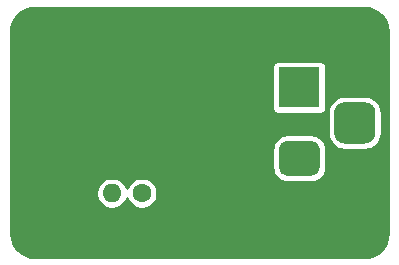
<source format=gbr>
%TF.GenerationSoftware,KiCad,Pcbnew,(5.1.10)-1*%
%TF.CreationDate,2021-09-02T17:40:54+03:00*%
%TF.ProjectId,Multivibrator,4d756c74-6976-4696-9272-61746f722e6b,rev?*%
%TF.SameCoordinates,Original*%
%TF.FileFunction,Copper,L2,Bot*%
%TF.FilePolarity,Positive*%
%FSLAX46Y46*%
G04 Gerber Fmt 4.6, Leading zero omitted, Abs format (unit mm)*
G04 Created by KiCad (PCBNEW (5.1.10)-1) date 2021-09-02 17:40:54*
%MOMM*%
%LPD*%
G01*
G04 APERTURE LIST*
%TA.AperFunction,ComponentPad*%
%ADD10O,1.600000X1.600000*%
%TD*%
%TA.AperFunction,ComponentPad*%
%ADD11C,1.600000*%
%TD*%
%TA.AperFunction,ComponentPad*%
%ADD12R,3.500000X3.500000*%
%TD*%
%TA.AperFunction,NonConductor*%
%ADD13C,0.254000*%
%TD*%
%TA.AperFunction,NonConductor*%
%ADD14C,0.100000*%
%TD*%
G04 APERTURE END LIST*
D10*
%TO.P,J3,2*%
%TO.N,Net-(C1-Pad2)*%
X145224500Y-70104000D03*
D11*
%TO.P,J3,1*%
%TO.N,Net-(J3-Pad1)*%
X147764500Y-70104000D03*
%TD*%
%TO.P,J1,3*%
%TO.N,N/C*%
%TA.AperFunction,ComponentPad*%
G36*
G01*
X166674500Y-65900500D02*
X164924500Y-65900500D01*
G75*
G02*
X164049500Y-65025500I0J875000D01*
G01*
X164049500Y-63275500D01*
G75*
G02*
X164924500Y-62400500I875000J0D01*
G01*
X166674500Y-62400500D01*
G75*
G02*
X167549500Y-63275500I0J-875000D01*
G01*
X167549500Y-65025500D01*
G75*
G02*
X166674500Y-65900500I-875000J0D01*
G01*
G37*
%TD.AperFunction*%
%TO.P,J1,2*%
%TO.N,GND*%
%TA.AperFunction,ComponentPad*%
G36*
G01*
X162099500Y-68650500D02*
X160099500Y-68650500D01*
G75*
G02*
X159349500Y-67900500I0J750000D01*
G01*
X159349500Y-66400500D01*
G75*
G02*
X160099500Y-65650500I750000J0D01*
G01*
X162099500Y-65650500D01*
G75*
G02*
X162849500Y-66400500I0J-750000D01*
G01*
X162849500Y-67900500D01*
G75*
G02*
X162099500Y-68650500I-750000J0D01*
G01*
G37*
%TD.AperFunction*%
D12*
%TO.P,J1,1*%
%TO.N,+5V*%
X161099500Y-61150500D03*
%TD*%
D13*
X167009628Y-54440459D02*
X167380562Y-54552451D01*
X167722680Y-54734359D01*
X168022946Y-54979251D01*
X168269932Y-55277806D01*
X168454223Y-55618644D01*
X168568802Y-55988787D01*
X168612001Y-56399796D01*
X168612000Y-73505998D01*
X168571541Y-73918627D01*
X168459551Y-74289558D01*
X168277642Y-74631679D01*
X168032752Y-74931944D01*
X167734194Y-75178932D01*
X167393356Y-75363223D01*
X167023208Y-75477803D01*
X166612214Y-75521000D01*
X138711002Y-75521000D01*
X138298373Y-75480541D01*
X137927442Y-75368551D01*
X137585321Y-75186642D01*
X137285056Y-74941752D01*
X137038068Y-74643194D01*
X136853777Y-74302356D01*
X136739197Y-73932208D01*
X136696000Y-73521214D01*
X136696000Y-69973302D01*
X143897500Y-69973302D01*
X143897500Y-70234698D01*
X143948496Y-70491072D01*
X144048528Y-70732570D01*
X144193752Y-70949913D01*
X144378587Y-71134748D01*
X144595930Y-71279972D01*
X144837428Y-71380004D01*
X145093802Y-71431000D01*
X145355198Y-71431000D01*
X145611572Y-71380004D01*
X145853070Y-71279972D01*
X146070413Y-71134748D01*
X146255248Y-70949913D01*
X146400472Y-70732570D01*
X146494500Y-70505567D01*
X146588528Y-70732570D01*
X146733752Y-70949913D01*
X146918587Y-71134748D01*
X147135930Y-71279972D01*
X147377428Y-71380004D01*
X147633802Y-71431000D01*
X147895198Y-71431000D01*
X148151572Y-71380004D01*
X148393070Y-71279972D01*
X148610413Y-71134748D01*
X148795248Y-70949913D01*
X148940472Y-70732570D01*
X149040504Y-70491072D01*
X149091500Y-70234698D01*
X149091500Y-69973302D01*
X149040504Y-69716928D01*
X148940472Y-69475430D01*
X148795248Y-69258087D01*
X148610413Y-69073252D01*
X148393070Y-68928028D01*
X148151572Y-68827996D01*
X147895198Y-68777000D01*
X147633802Y-68777000D01*
X147377428Y-68827996D01*
X147135930Y-68928028D01*
X146918587Y-69073252D01*
X146733752Y-69258087D01*
X146588528Y-69475430D01*
X146494500Y-69702433D01*
X146400472Y-69475430D01*
X146255248Y-69258087D01*
X146070413Y-69073252D01*
X145853070Y-68928028D01*
X145611572Y-68827996D01*
X145355198Y-68777000D01*
X145093802Y-68777000D01*
X144837428Y-68827996D01*
X144595930Y-68928028D01*
X144378587Y-69073252D01*
X144193752Y-69258087D01*
X144048528Y-69475430D01*
X143948496Y-69716928D01*
X143897500Y-69973302D01*
X136696000Y-69973302D01*
X136696000Y-66400500D01*
X158819951Y-66400500D01*
X158819951Y-67900500D01*
X158844537Y-68150128D01*
X158917351Y-68390162D01*
X159035594Y-68611379D01*
X159194722Y-68805278D01*
X159388621Y-68964406D01*
X159609838Y-69082649D01*
X159849872Y-69155463D01*
X160099500Y-69180049D01*
X162099500Y-69180049D01*
X162349128Y-69155463D01*
X162589162Y-69082649D01*
X162810379Y-68964406D01*
X163004278Y-68805278D01*
X163163406Y-68611379D01*
X163281649Y-68390162D01*
X163354463Y-68150128D01*
X163379049Y-67900500D01*
X163379049Y-66400500D01*
X163354463Y-66150872D01*
X163281649Y-65910838D01*
X163163406Y-65689621D01*
X163004278Y-65495722D01*
X162810379Y-65336594D01*
X162589162Y-65218351D01*
X162349128Y-65145537D01*
X162099500Y-65120951D01*
X160099500Y-65120951D01*
X159849872Y-65145537D01*
X159609838Y-65218351D01*
X159388621Y-65336594D01*
X159194722Y-65495722D01*
X159035594Y-65689621D01*
X158917351Y-65910838D01*
X158844537Y-66150872D01*
X158819951Y-66400500D01*
X136696000Y-66400500D01*
X136696000Y-59400500D01*
X158819951Y-59400500D01*
X158819951Y-62900500D01*
X158830126Y-63003810D01*
X158860261Y-63103150D01*
X158909196Y-63194702D01*
X158975052Y-63274948D01*
X159055298Y-63340804D01*
X159146850Y-63389739D01*
X159246190Y-63419874D01*
X159349500Y-63430049D01*
X162849500Y-63430049D01*
X162952810Y-63419874D01*
X163052150Y-63389739D01*
X163143702Y-63340804D01*
X163223275Y-63275500D01*
X163519951Y-63275500D01*
X163519951Y-65025500D01*
X163546939Y-65299514D01*
X163626866Y-65562998D01*
X163756660Y-65805826D01*
X163931334Y-66018666D01*
X164144174Y-66193340D01*
X164387002Y-66323134D01*
X164650486Y-66403061D01*
X164924500Y-66430049D01*
X166674500Y-66430049D01*
X166948514Y-66403061D01*
X167211998Y-66323134D01*
X167454826Y-66193340D01*
X167667666Y-66018666D01*
X167842340Y-65805826D01*
X167972134Y-65562998D01*
X168052061Y-65299514D01*
X168079049Y-65025500D01*
X168079049Y-63275500D01*
X168052061Y-63001486D01*
X167972134Y-62738002D01*
X167842340Y-62495174D01*
X167667666Y-62282334D01*
X167454826Y-62107660D01*
X167211998Y-61977866D01*
X166948514Y-61897939D01*
X166674500Y-61870951D01*
X164924500Y-61870951D01*
X164650486Y-61897939D01*
X164387002Y-61977866D01*
X164144174Y-62107660D01*
X163931334Y-62282334D01*
X163756660Y-62495174D01*
X163626866Y-62738002D01*
X163546939Y-63001486D01*
X163519951Y-63275500D01*
X163223275Y-63275500D01*
X163223948Y-63274948D01*
X163289804Y-63194702D01*
X163338739Y-63103150D01*
X163368874Y-63003810D01*
X163379049Y-62900500D01*
X163379049Y-59400500D01*
X163368874Y-59297190D01*
X163338739Y-59197850D01*
X163289804Y-59106298D01*
X163223948Y-59026052D01*
X163143702Y-58960196D01*
X163052150Y-58911261D01*
X162952810Y-58881126D01*
X162849500Y-58870951D01*
X159349500Y-58870951D01*
X159246190Y-58881126D01*
X159146850Y-58911261D01*
X159055298Y-58960196D01*
X158975052Y-59026052D01*
X158909196Y-59106298D01*
X158860261Y-59197850D01*
X158830126Y-59297190D01*
X158819951Y-59400500D01*
X136696000Y-59400500D01*
X136696000Y-56415002D01*
X136736459Y-56002372D01*
X136848451Y-55631438D01*
X137030359Y-55289320D01*
X137275251Y-54989054D01*
X137573806Y-54742068D01*
X137914644Y-54557777D01*
X138284787Y-54443198D01*
X138695786Y-54400000D01*
X166596998Y-54400000D01*
X167009628Y-54440459D01*
%TA.AperFunction,NonConductor*%
D14*
G36*
X167009628Y-54440459D02*
G01*
X167380562Y-54552451D01*
X167722680Y-54734359D01*
X168022946Y-54979251D01*
X168269932Y-55277806D01*
X168454223Y-55618644D01*
X168568802Y-55988787D01*
X168612001Y-56399796D01*
X168612000Y-73505998D01*
X168571541Y-73918627D01*
X168459551Y-74289558D01*
X168277642Y-74631679D01*
X168032752Y-74931944D01*
X167734194Y-75178932D01*
X167393356Y-75363223D01*
X167023208Y-75477803D01*
X166612214Y-75521000D01*
X138711002Y-75521000D01*
X138298373Y-75480541D01*
X137927442Y-75368551D01*
X137585321Y-75186642D01*
X137285056Y-74941752D01*
X137038068Y-74643194D01*
X136853777Y-74302356D01*
X136739197Y-73932208D01*
X136696000Y-73521214D01*
X136696000Y-69973302D01*
X143897500Y-69973302D01*
X143897500Y-70234698D01*
X143948496Y-70491072D01*
X144048528Y-70732570D01*
X144193752Y-70949913D01*
X144378587Y-71134748D01*
X144595930Y-71279972D01*
X144837428Y-71380004D01*
X145093802Y-71431000D01*
X145355198Y-71431000D01*
X145611572Y-71380004D01*
X145853070Y-71279972D01*
X146070413Y-71134748D01*
X146255248Y-70949913D01*
X146400472Y-70732570D01*
X146494500Y-70505567D01*
X146588528Y-70732570D01*
X146733752Y-70949913D01*
X146918587Y-71134748D01*
X147135930Y-71279972D01*
X147377428Y-71380004D01*
X147633802Y-71431000D01*
X147895198Y-71431000D01*
X148151572Y-71380004D01*
X148393070Y-71279972D01*
X148610413Y-71134748D01*
X148795248Y-70949913D01*
X148940472Y-70732570D01*
X149040504Y-70491072D01*
X149091500Y-70234698D01*
X149091500Y-69973302D01*
X149040504Y-69716928D01*
X148940472Y-69475430D01*
X148795248Y-69258087D01*
X148610413Y-69073252D01*
X148393070Y-68928028D01*
X148151572Y-68827996D01*
X147895198Y-68777000D01*
X147633802Y-68777000D01*
X147377428Y-68827996D01*
X147135930Y-68928028D01*
X146918587Y-69073252D01*
X146733752Y-69258087D01*
X146588528Y-69475430D01*
X146494500Y-69702433D01*
X146400472Y-69475430D01*
X146255248Y-69258087D01*
X146070413Y-69073252D01*
X145853070Y-68928028D01*
X145611572Y-68827996D01*
X145355198Y-68777000D01*
X145093802Y-68777000D01*
X144837428Y-68827996D01*
X144595930Y-68928028D01*
X144378587Y-69073252D01*
X144193752Y-69258087D01*
X144048528Y-69475430D01*
X143948496Y-69716928D01*
X143897500Y-69973302D01*
X136696000Y-69973302D01*
X136696000Y-66400500D01*
X158819951Y-66400500D01*
X158819951Y-67900500D01*
X158844537Y-68150128D01*
X158917351Y-68390162D01*
X159035594Y-68611379D01*
X159194722Y-68805278D01*
X159388621Y-68964406D01*
X159609838Y-69082649D01*
X159849872Y-69155463D01*
X160099500Y-69180049D01*
X162099500Y-69180049D01*
X162349128Y-69155463D01*
X162589162Y-69082649D01*
X162810379Y-68964406D01*
X163004278Y-68805278D01*
X163163406Y-68611379D01*
X163281649Y-68390162D01*
X163354463Y-68150128D01*
X163379049Y-67900500D01*
X163379049Y-66400500D01*
X163354463Y-66150872D01*
X163281649Y-65910838D01*
X163163406Y-65689621D01*
X163004278Y-65495722D01*
X162810379Y-65336594D01*
X162589162Y-65218351D01*
X162349128Y-65145537D01*
X162099500Y-65120951D01*
X160099500Y-65120951D01*
X159849872Y-65145537D01*
X159609838Y-65218351D01*
X159388621Y-65336594D01*
X159194722Y-65495722D01*
X159035594Y-65689621D01*
X158917351Y-65910838D01*
X158844537Y-66150872D01*
X158819951Y-66400500D01*
X136696000Y-66400500D01*
X136696000Y-59400500D01*
X158819951Y-59400500D01*
X158819951Y-62900500D01*
X158830126Y-63003810D01*
X158860261Y-63103150D01*
X158909196Y-63194702D01*
X158975052Y-63274948D01*
X159055298Y-63340804D01*
X159146850Y-63389739D01*
X159246190Y-63419874D01*
X159349500Y-63430049D01*
X162849500Y-63430049D01*
X162952810Y-63419874D01*
X163052150Y-63389739D01*
X163143702Y-63340804D01*
X163223275Y-63275500D01*
X163519951Y-63275500D01*
X163519951Y-65025500D01*
X163546939Y-65299514D01*
X163626866Y-65562998D01*
X163756660Y-65805826D01*
X163931334Y-66018666D01*
X164144174Y-66193340D01*
X164387002Y-66323134D01*
X164650486Y-66403061D01*
X164924500Y-66430049D01*
X166674500Y-66430049D01*
X166948514Y-66403061D01*
X167211998Y-66323134D01*
X167454826Y-66193340D01*
X167667666Y-66018666D01*
X167842340Y-65805826D01*
X167972134Y-65562998D01*
X168052061Y-65299514D01*
X168079049Y-65025500D01*
X168079049Y-63275500D01*
X168052061Y-63001486D01*
X167972134Y-62738002D01*
X167842340Y-62495174D01*
X167667666Y-62282334D01*
X167454826Y-62107660D01*
X167211998Y-61977866D01*
X166948514Y-61897939D01*
X166674500Y-61870951D01*
X164924500Y-61870951D01*
X164650486Y-61897939D01*
X164387002Y-61977866D01*
X164144174Y-62107660D01*
X163931334Y-62282334D01*
X163756660Y-62495174D01*
X163626866Y-62738002D01*
X163546939Y-63001486D01*
X163519951Y-63275500D01*
X163223275Y-63275500D01*
X163223948Y-63274948D01*
X163289804Y-63194702D01*
X163338739Y-63103150D01*
X163368874Y-63003810D01*
X163379049Y-62900500D01*
X163379049Y-59400500D01*
X163368874Y-59297190D01*
X163338739Y-59197850D01*
X163289804Y-59106298D01*
X163223948Y-59026052D01*
X163143702Y-58960196D01*
X163052150Y-58911261D01*
X162952810Y-58881126D01*
X162849500Y-58870951D01*
X159349500Y-58870951D01*
X159246190Y-58881126D01*
X159146850Y-58911261D01*
X159055298Y-58960196D01*
X158975052Y-59026052D01*
X158909196Y-59106298D01*
X158860261Y-59197850D01*
X158830126Y-59297190D01*
X158819951Y-59400500D01*
X136696000Y-59400500D01*
X136696000Y-56415002D01*
X136736459Y-56002372D01*
X136848451Y-55631438D01*
X137030359Y-55289320D01*
X137275251Y-54989054D01*
X137573806Y-54742068D01*
X137914644Y-54557777D01*
X138284787Y-54443198D01*
X138695786Y-54400000D01*
X166596998Y-54400000D01*
X167009628Y-54440459D01*
G37*
%TD.AperFunction*%
M02*

</source>
